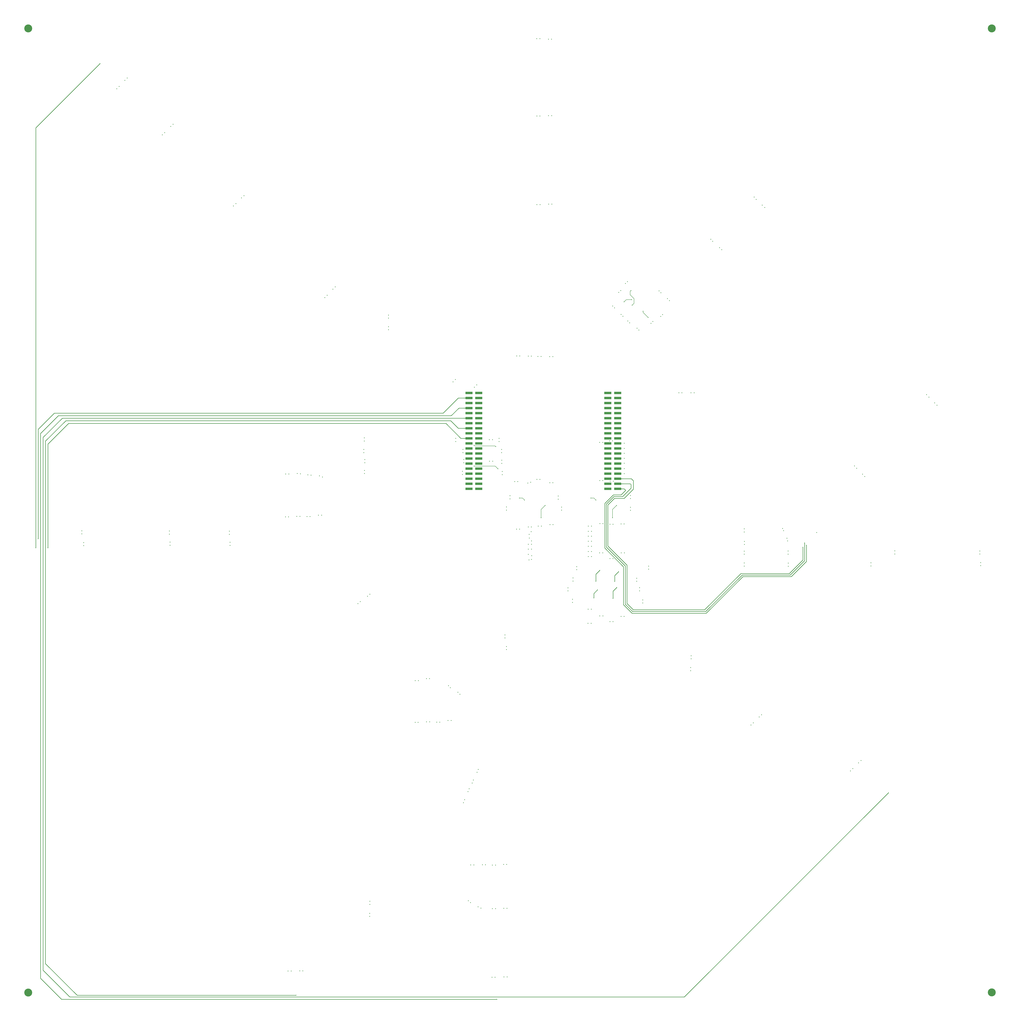
<source format=gbr>
G04 #@! TF.GenerationSoftware,KiCad,Pcbnew,(5.1.9)-1*
G04 #@! TF.CreationDate,2021-12-17T10:10:49-05:00*
G04 #@! TF.ProjectId,500x500-dc-metro-map-dev,35303078-3530-4302-9d64-632d6d657472,rev?*
G04 #@! TF.SameCoordinates,Original*
G04 #@! TF.FileFunction,Copper,L2,Bot*
G04 #@! TF.FilePolarity,Positive*
%FSLAX46Y46*%
G04 Gerber Fmt 4.6, Leading zero omitted, Abs format (unit mm)*
G04 Created by KiCad (PCBNEW (5.1.9)-1) date 2021-12-17 10:10:49*
%MOMM*%
%LPD*%
G01*
G04 APERTURE LIST*
G04 #@! TA.AperFunction,ComponentPad*
%ADD10C,4.000000*%
G04 #@! TD*
G04 #@! TA.AperFunction,SMDPad,CuDef*
%ADD11R,3.680000X1.270000*%
G04 #@! TD*
G04 #@! TA.AperFunction,ViaPad*
%ADD12C,0.399796*%
G04 #@! TD*
G04 #@! TA.AperFunction,Conductor*
%ADD13C,0.203200*%
G04 #@! TD*
G04 #@! TA.AperFunction,Conductor*
%ADD14C,0.254000*%
G04 #@! TD*
G04 APERTURE END LIST*
D10*
G04 #@! TO.P,REF\u002A\u002A,1*
G04 #@! TO.N,N/C*
X84759800Y-34747200D03*
G04 #@! TD*
D11*
G04 #@! TO.P,J1,40*
G04 #@! TO.N,GND*
X376797800Y-266547600D03*
G04 #@! TO.P,J1,39*
G04 #@! TO.N,Net-(J1-Pad39)*
X381747800Y-266547600D03*
G04 #@! TO.P,J1,38*
G04 #@! TO.N,GND*
X376797800Y-264007600D03*
G04 #@! TO.P,J1,37*
G04 #@! TO.N,Net-(J1-Pad37)*
X381747800Y-264007600D03*
G04 #@! TO.P,J1,36*
G04 #@! TO.N,GND*
X376797800Y-261467600D03*
G04 #@! TO.P,J1,35*
G04 #@! TO.N,Net-(J1-Pad35)*
X381747800Y-261467600D03*
G04 #@! TO.P,J1,34*
G04 #@! TO.N,GND*
X376797800Y-258927600D03*
G04 #@! TO.P,J1,33*
G04 #@! TO.N,+5V*
X381747800Y-258927600D03*
G04 #@! TO.P,J1,32*
G04 #@! TO.N,GND*
X376797800Y-256387600D03*
G04 #@! TO.P,J1,31*
G04 #@! TO.N,+5V*
X381747800Y-256387600D03*
G04 #@! TO.P,J1,30*
G04 #@! TO.N,GND*
X376797800Y-253847600D03*
G04 #@! TO.P,J1,29*
G04 #@! TO.N,+5V*
X381747800Y-253847600D03*
G04 #@! TO.P,J1,28*
G04 #@! TO.N,GND*
X376797800Y-251307600D03*
G04 #@! TO.P,J1,27*
G04 #@! TO.N,+5V*
X381747800Y-251307600D03*
G04 #@! TO.P,J1,26*
G04 #@! TO.N,GND*
X376797800Y-248767600D03*
G04 #@! TO.P,J1,25*
G04 #@! TO.N,+5V*
X381747800Y-248767600D03*
G04 #@! TO.P,J1,24*
G04 #@! TO.N,GND*
X376797800Y-246227600D03*
G04 #@! TO.P,J1,23*
G04 #@! TO.N,+5V*
X381747800Y-246227600D03*
G04 #@! TO.P,J1,22*
G04 #@! TO.N,GND*
X376797800Y-243687600D03*
G04 #@! TO.P,J1,21*
G04 #@! TO.N,+5V*
X381747800Y-243687600D03*
G04 #@! TO.P,J1,20*
G04 #@! TO.N,GND*
X376797800Y-241147600D03*
G04 #@! TO.P,J1,19*
G04 #@! TO.N,+5V*
X381747800Y-241147600D03*
G04 #@! TO.P,J1,18*
G04 #@! TO.N,GND*
X376797800Y-238607600D03*
G04 #@! TO.P,J1,17*
G04 #@! TO.N,+5V*
X381747800Y-238607600D03*
G04 #@! TO.P,J1,16*
G04 #@! TO.N,GND*
X376797800Y-236067600D03*
G04 #@! TO.P,J1,15*
G04 #@! TO.N,+5V*
X381747800Y-236067600D03*
G04 #@! TO.P,J1,14*
G04 #@! TO.N,GND*
X376797800Y-233527600D03*
G04 #@! TO.P,J1,13*
G04 #@! TO.N,+5V*
X381747800Y-233527600D03*
G04 #@! TO.P,J1,12*
G04 #@! TO.N,GND*
X376797800Y-230987600D03*
G04 #@! TO.P,J1,11*
G04 #@! TO.N,+5V*
X381747800Y-230987600D03*
G04 #@! TO.P,J1,10*
G04 #@! TO.N,GND*
X376797800Y-228447600D03*
G04 #@! TO.P,J1,09*
G04 #@! TO.N,+5V*
X381747800Y-228447600D03*
G04 #@! TO.P,J1,08*
G04 #@! TO.N,GND*
X376797800Y-225907600D03*
G04 #@! TO.P,J1,07*
G04 #@! TO.N,+5V*
X381747800Y-225907600D03*
G04 #@! TO.P,J1,06*
G04 #@! TO.N,GND*
X376797800Y-223367600D03*
G04 #@! TO.P,J1,05*
G04 #@! TO.N,+5V*
X381747800Y-223367600D03*
G04 #@! TO.P,J1,04*
G04 #@! TO.N,GND*
X376797800Y-220827600D03*
G04 #@! TO.P,J1,03*
G04 #@! TO.N,+5V*
X381747800Y-220827600D03*
G04 #@! TO.P,J1,02*
G04 #@! TO.N,GND*
X376797800Y-218287600D03*
G04 #@! TO.P,J1,01*
G04 #@! TO.N,+5V*
X381747800Y-218287600D03*
G04 #@! TO.P,J1,41*
X311747800Y-218287600D03*
G04 #@! TO.P,J1,76*
G04 #@! TO.N,GND*
X306797800Y-261467600D03*
G04 #@! TO.P,J1,42*
X306797800Y-218287600D03*
G04 #@! TO.P,J1,47*
G04 #@! TO.N,+5V*
X311747800Y-225907600D03*
G04 #@! TO.P,J1,57*
X311747800Y-238607600D03*
G04 #@! TO.P,J1,58*
G04 #@! TO.N,GND*
X306797800Y-238607600D03*
G04 #@! TO.P,J1,63*
G04 #@! TO.N,+5V*
X311747800Y-246227600D03*
G04 #@! TO.P,J1,68*
G04 #@! TO.N,GND*
X306797800Y-251307600D03*
G04 #@! TO.P,J1,44*
G04 #@! TO.N,Net-(J1-Pad44)*
X306797800Y-220827600D03*
G04 #@! TO.P,J1,46*
G04 #@! TO.N,GND*
X306797800Y-223367600D03*
G04 #@! TO.P,J1,45*
G04 #@! TO.N,+5V*
X311747800Y-223367600D03*
G04 #@! TO.P,J1,51*
X311747800Y-230987600D03*
G04 #@! TO.P,J1,65*
X311747800Y-248767600D03*
G04 #@! TO.P,J1,53*
X311747800Y-233527600D03*
G04 #@! TO.P,J1,66*
G04 #@! TO.N,GND*
X306797800Y-248767600D03*
G04 #@! TO.P,J1,69*
G04 #@! TO.N,+5V*
X311747800Y-253847600D03*
G04 #@! TO.P,J1,71*
X311747800Y-256387600D03*
G04 #@! TO.P,J1,52*
G04 #@! TO.N,Net-(J1-Pad52)*
X306797800Y-230987600D03*
G04 #@! TO.P,J1,75*
G04 #@! TO.N,+5V*
X311747800Y-261467600D03*
G04 #@! TO.P,J1,80*
G04 #@! TO.N,GND*
X306797800Y-266547600D03*
G04 #@! TO.P,J1,61*
G04 #@! TO.N,+5V*
X311747800Y-243687600D03*
G04 #@! TO.P,J1,50*
G04 #@! TO.N,GND*
X306797800Y-228447600D03*
G04 #@! TO.P,J1,73*
G04 #@! TO.N,+5V*
X311747800Y-258927600D03*
G04 #@! TO.P,J1,43*
X311747800Y-220827600D03*
G04 #@! TO.P,J1,64*
G04 #@! TO.N,GND*
X306797800Y-246227600D03*
G04 #@! TO.P,J1,56*
G04 #@! TO.N,Net-(J1-Pad56)*
X306797800Y-236067600D03*
G04 #@! TO.P,J1,70*
G04 #@! TO.N,GND*
X306797800Y-253847600D03*
G04 #@! TO.P,J1,79*
G04 #@! TO.N,+5V*
X311747800Y-266547600D03*
G04 #@! TO.P,J1,74*
G04 #@! TO.N,GND*
X306797800Y-258927600D03*
G04 #@! TO.P,J1,77*
G04 #@! TO.N,+5V*
X311747800Y-264007600D03*
G04 #@! TO.P,J1,62*
G04 #@! TO.N,GND*
X306797800Y-243687600D03*
G04 #@! TO.P,J1,49*
G04 #@! TO.N,+5V*
X311747800Y-228447600D03*
G04 #@! TO.P,J1,72*
G04 #@! TO.N,GND*
X306797800Y-256387600D03*
G04 #@! TO.P,J1,48*
G04 #@! TO.N,Net-(J1-Pad48)*
X306797800Y-225907600D03*
G04 #@! TO.P,J1,55*
G04 #@! TO.N,+5V*
X311747800Y-236067600D03*
G04 #@! TO.P,J1,59*
X311747800Y-241147600D03*
G04 #@! TO.P,J1,60*
G04 #@! TO.N,Net-(J1-Pad60)*
X306797800Y-241147600D03*
G04 #@! TO.P,J1,54*
G04 #@! TO.N,GND*
X306797800Y-233527600D03*
G04 #@! TO.P,J1,67*
G04 #@! TO.N,+5V*
X311747800Y-251307600D03*
G04 #@! TO.P,J1,78*
G04 #@! TO.N,GND*
X306797800Y-264007600D03*
G04 #@! TD*
D10*
G04 #@! TO.P,REF\u002A\u002A,1*
G04 #@! TO.N,N/C*
X570230000Y-34734500D03*
G04 #@! TD*
G04 #@! TO.P,REF\u002A\u002A,1*
G04 #@! TO.N,N/C*
X570230000Y-520192000D03*
G04 #@! TD*
G04 #@! TO.P,REF\u002A\u002A,1*
G04 #@! TO.N,N/C*
X84772500Y-520255500D03*
G04 #@! TD*
D12*
G04 #@! TO.N,*
X379095000Y-281152600D03*
X381127000Y-274955000D03*
X320268600Y-245287800D03*
X309397400Y-255143000D03*
X332257400Y-271246600D03*
X334797400Y-272211800D03*
X343128600Y-281152600D03*
X345160600Y-274955000D03*
X370763800Y-272211800D03*
X368223800Y-271246600D03*
X379399800Y-321792600D03*
X381228600Y-316306200D03*
X380263400Y-313207400D03*
X382193800Y-308330600D03*
X371525800Y-317474600D03*
X369697000Y-321487800D03*
X372694200Y-307619400D03*
X370713000Y-313156600D03*
X309372000Y-244652800D03*
X321411600Y-256540000D03*
X385013200Y-172415200D03*
X388823200Y-171348400D03*
X397103600Y-180340000D03*
X394563600Y-177139600D03*
X389026400Y-174142400D03*
X388467600Y-166776400D03*
G04 #@! TO.N,GND*
X467645800Y-299507800D03*
X467645800Y-297933000D03*
X445505800Y-286763000D03*
X464845400Y-286562800D03*
X445505800Y-288337800D03*
X465285800Y-287627800D03*
X445505800Y-299547800D03*
X445505800Y-297973000D03*
X318592200Y-478002600D03*
X320167000Y-478002600D03*
X318617600Y-456031600D03*
X320192400Y-456031600D03*
X290550600Y-384098800D03*
X292125400Y-384098800D03*
X296494200Y-365760000D03*
X297408600Y-366750600D03*
X387756400Y-183032400D03*
X386816600Y-182067200D03*
X403555200Y-167894000D03*
X402615400Y-166928800D03*
X399465800Y-182295800D03*
X398500600Y-183235600D03*
X412546800Y-218249500D03*
X414121600Y-218249500D03*
X450507100Y-119646700D03*
X451548500Y-120904000D03*
X366788700Y-334352900D03*
X368363500Y-334352900D03*
X379145800Y-242443000D03*
X377571000Y-242443000D03*
X343154000Y-199923400D03*
X341579200Y-199923400D03*
X324967600Y-340118700D03*
X324967600Y-341693500D03*
X318401700Y-512533900D03*
X319976500Y-512533900D03*
X418465000Y-356590600D03*
X418465000Y-358165400D03*
X564235600Y-297891200D03*
X564235600Y-299466000D03*
X521335000Y-297853100D03*
X521335000Y-299427900D03*
X502158000Y-256286000D03*
X501015000Y-255079500D03*
X538543500Y-220408500D03*
X537400500Y-219202000D03*
X450088000Y-384429000D03*
X448881500Y-385572000D03*
X500189500Y-407479500D03*
X498983000Y-408622500D03*
X308457600Y-414718500D03*
X309054500Y-413258000D03*
X428625000Y-140906500D03*
X429615600Y-141922500D03*
X379399800Y-284454600D03*
X377825000Y-284454600D03*
X388150100Y-269951200D03*
X388150100Y-271526000D03*
X361099100Y-305765200D03*
X361099100Y-307340000D03*
X356717600Y-316433200D03*
X356717600Y-318008000D03*
X366852200Y-327177400D03*
X368427000Y-327177400D03*
X379399800Y-333476600D03*
X377825000Y-333476600D03*
X392722100Y-316395100D03*
X392722100Y-317969900D03*
X397357600Y-305511200D03*
X397357600Y-307086000D03*
X377952000Y-262737600D03*
X379526800Y-262737600D03*
X347599000Y-284581600D03*
X349173800Y-284581600D03*
X254355600Y-253428500D03*
X349110300Y-263499600D03*
X238252000Y-166052500D03*
X327494900Y-271640300D03*
X336486500Y-263690100D03*
X192214500Y-120142000D03*
X304012600Y-424624500D03*
X186093100Y-289496500D03*
X327494900Y-270065500D03*
X309549800Y-215430100D03*
X342582500Y-78892400D03*
X250825000Y-324421500D03*
X157734000Y-82994500D03*
X256832100Y-475869000D03*
X186093100Y-287921700D03*
X351815400Y-270256000D03*
X254038100Y-240931700D03*
X215633300Y-509371600D03*
X332422500Y-199732900D03*
X337896200Y-263296400D03*
X351815400Y-271830800D03*
X133413500Y-60896500D03*
X155892500Y-289445700D03*
X254038100Y-242506500D03*
X156527500Y-84137500D03*
X193421000Y-118999000D03*
X155892500Y-287870900D03*
X111734600Y-289306000D03*
X254355600Y-251853700D03*
X347535500Y-263499600D03*
X217208100Y-509371600D03*
X111734600Y-287731200D03*
X341007700Y-78892400D03*
X239458500Y-164909500D03*
X310756300Y-214287100D03*
X252006100Y-323418200D03*
X304609500Y-423164000D03*
X134620000Y-59753500D03*
X256832100Y-474294200D03*
X330847700Y-199732900D03*
X266230100Y-180657500D03*
X300101000Y-242747800D03*
X383260600Y-166725600D03*
X227203000Y-259740400D03*
X317070200Y-241839400D03*
X318725000Y-252669400D03*
X214452200Y-259156200D03*
X307670200Y-455980800D03*
X281305000Y-363143800D03*
X323367400Y-252196600D03*
X318645000Y-241839400D03*
X279730200Y-363143800D03*
X323367400Y-253771400D03*
X300101000Y-241173000D03*
X226771200Y-280543000D03*
X321995800Y-242747800D03*
X215925400Y-280695400D03*
X307568600Y-474980000D03*
X266230100Y-179082700D03*
X304215800Y-253415800D03*
X342519000Y-39903400D03*
X342646000Y-123469400D03*
X382295400Y-167665400D03*
X281152600Y-384175000D03*
X321995800Y-241173000D03*
X380161800Y-175488600D03*
X225196400Y-280543000D03*
X279755600Y-384175000D03*
X306501800Y-474014800D03*
X317150200Y-252669400D03*
X309245000Y-455980800D03*
X214350600Y-280695400D03*
X304215800Y-251841000D03*
X340944200Y-39903400D03*
X216027000Y-259156200D03*
X341071200Y-123469400D03*
X379222000Y-174523400D03*
X225602800Y-259537200D03*
X377837700Y-301701200D03*
X379412500Y-301701200D03*
X337058000Y-302412400D03*
X336740500Y-296976800D03*
X338315300Y-292811200D03*
X336689700Y-285800800D03*
X336740500Y-299618400D03*
X338315300Y-302158400D03*
X338264500Y-285800800D03*
X336740500Y-294487600D03*
X338429600Y-300278800D03*
X338315300Y-296976800D03*
X338175600Y-288137600D03*
X337261200Y-291388800D03*
X338315300Y-294487600D03*
X337159600Y-289560000D03*
X366966500Y-285394400D03*
X368541300Y-285394400D03*
X366966500Y-298145200D03*
X366966500Y-295503600D03*
X366966500Y-293014400D03*
X368541300Y-290474400D03*
X368541300Y-293014400D03*
X368541300Y-287985200D03*
X366966500Y-287985200D03*
X368541300Y-300685200D03*
X368541300Y-295503600D03*
X368541300Y-298145200D03*
X366966500Y-290474400D03*
X366966500Y-300685200D03*
X481990400Y-288594800D03*
G04 #@! TO.N,Net-(J1-Pad39)*
X476808800Y-294995600D03*
G04 #@! TO.N,Net-(J1-Pad37)*
X475894400Y-293878000D03*
G04 #@! TO.N,Net-(J1-Pad35)*
X475030800Y-296011600D03*
G04 #@! TO.N,+5V*
X353466400Y-275780500D03*
X353466400Y-277355300D03*
X323215000Y-246786400D03*
X303504600Y-259359400D03*
X323570600Y-259461000D03*
X303504600Y-257784600D03*
X303758600Y-246761000D03*
X323570600Y-257886200D03*
X303758600Y-248335800D03*
X323215000Y-248361200D03*
X445636000Y-293052400D03*
X445545800Y-303943000D03*
X467365800Y-292847800D03*
X467665800Y-303993000D03*
X445636000Y-294627200D03*
X445545800Y-305517800D03*
X467665800Y-305567800D03*
X311091000Y-248716200D03*
X312665800Y-248716200D03*
X467046600Y-291439000D03*
X312665000Y-258709400D03*
X311090200Y-258709400D03*
X324383400Y-477850200D03*
X325958200Y-477850200D03*
X324256400Y-455726800D03*
X325831200Y-455726800D03*
X313563000Y-455879200D03*
X315137800Y-455879200D03*
X312877200Y-477697800D03*
X311404000Y-477037400D03*
X285445200Y-383921000D03*
X287020000Y-383921000D03*
X296265600Y-383235200D03*
X297840400Y-383235200D03*
X285394400Y-362178600D03*
X286969200Y-362178600D03*
X301269400Y-369011200D03*
X302260000Y-370027200D03*
X220065600Y-280466800D03*
X221640400Y-280466800D03*
X230962200Y-279882600D03*
X232537000Y-279882600D03*
X220319600Y-258902200D03*
X221919800Y-259003800D03*
X231470200Y-260070600D03*
X232994200Y-260680200D03*
X384352800Y-179705000D03*
X383413000Y-178739800D03*
X392430000Y-186664600D03*
X391490200Y-185699400D03*
X407797000Y-171805600D03*
X406857200Y-170840400D03*
X404368000Y-178892200D03*
X403402800Y-179832000D03*
X386638800Y-162255200D03*
X385673600Y-163195000D03*
X418706300Y-218249500D03*
X420281100Y-218249500D03*
X346976700Y-123278900D03*
X348551500Y-123278900D03*
X346849700Y-40157400D03*
X348424500Y-40157400D03*
X454571100Y-123774200D03*
X455803000Y-124904500D03*
X266293600Y-184924700D03*
X266293600Y-186499500D03*
X112687100Y-293636700D03*
X112687100Y-295211500D03*
X186410600Y-293509700D03*
X186410600Y-295084500D03*
X253847600Y-246773700D03*
X253847600Y-248348500D03*
X254165100Y-257314700D03*
X254165100Y-258889500D03*
X374205500Y-243230400D03*
X372630700Y-243230400D03*
X385051300Y-243636800D03*
X383476500Y-243636800D03*
X349059500Y-200050400D03*
X347484700Y-200050400D03*
X338264500Y-199796400D03*
X336689700Y-199796400D03*
X325729600Y-345960700D03*
X325729600Y-347535500D03*
X311467500Y-407860500D03*
X310870600Y-409321000D03*
X221538800Y-509308100D03*
X223113600Y-509308100D03*
X256768600Y-480326700D03*
X256768600Y-481901500D03*
X324434200Y-512406900D03*
X326009000Y-512406900D03*
X418719000Y-350621600D03*
X418719000Y-352196400D03*
X564616600Y-303733200D03*
X564616600Y-305308000D03*
X509308100Y-303860200D03*
X509308100Y-305435000D03*
X505079000Y-259207000D03*
X506222000Y-260413500D03*
X541464500Y-223329500D03*
X542607500Y-224536000D03*
X453009000Y-381508000D03*
X454215500Y-380365000D03*
X503110500Y-404558500D03*
X504317000Y-403415500D03*
X306298600Y-419100000D03*
X306895500Y-417639500D03*
X256832100Y-319671700D03*
X255651000Y-320675000D03*
X156210000Y-293458900D03*
X156210000Y-295033700D03*
X129349500Y-65151000D03*
X130556000Y-64008000D03*
X189357000Y-122999500D03*
X188150500Y-124142500D03*
X299999400Y-211569300D03*
X298792900Y-212712300D03*
X153479500Y-87249000D03*
X152273000Y-88392000D03*
X235394500Y-169164000D03*
X234188000Y-170307000D03*
X348488000Y-78701900D03*
X346913200Y-78701900D03*
X433044600Y-145173700D03*
X434149500Y-146177000D03*
X374256300Y-262420100D03*
X372681500Y-262420100D03*
X374319800Y-284073600D03*
X372745000Y-284073600D03*
X384987800Y-284264100D03*
X383413000Y-284264100D03*
X388150100Y-275856700D03*
X388150100Y-277431500D03*
X359257600Y-311480200D03*
X359257600Y-313055000D03*
X359003600Y-322211700D03*
X359003600Y-323786500D03*
X372694200Y-330606400D03*
X374269000Y-330606400D03*
X384987800Y-330809600D03*
X383413000Y-330809600D03*
X394373100Y-322529200D03*
X394373100Y-324104000D03*
X391299700Y-311581800D03*
X391299700Y-313156600D03*
X385114800Y-298869100D03*
X383540000Y-298869100D03*
X374192800Y-298805600D03*
X372618000Y-298805600D03*
X325716900Y-275717000D03*
X325716900Y-277291800D03*
X330771500Y-286867600D03*
X332346300Y-286867600D03*
X341718900Y-285356300D03*
X343293700Y-285356300D03*
X340995000Y-261810500D03*
X342569800Y-261810500D03*
X329819000Y-262928100D03*
X331393800Y-262928100D03*
X383476500Y-258927600D03*
X385051300Y-258927600D03*
X383476500Y-256387600D03*
X385051300Y-256387600D03*
X383476500Y-253746000D03*
X385051300Y-253746000D03*
X383476500Y-251256800D03*
X385051300Y-251256800D03*
X383476500Y-248716800D03*
X385051300Y-248716800D03*
X383476500Y-246227600D03*
X385051300Y-246227600D03*
X311155800Y-256530200D03*
X312730600Y-256530200D03*
X311105000Y-253837800D03*
X312679800Y-253837800D03*
X311105000Y-251348600D03*
X312679800Y-251348600D03*
X311105000Y-246268600D03*
X312679800Y-246268600D03*
X311105000Y-243728600D03*
X312679800Y-243728600D03*
X311105000Y-241188600D03*
X312679800Y-241188600D03*
G04 #@! TO.N,Net-(J1-Pad44)*
X89712800Y-291693600D03*
G04 #@! TO.N,Net-(J1-Pad52)*
X518160000Y-419633400D03*
G04 #@! TO.N,Net-(J1-Pad56)*
X219710000Y-521614400D03*
G04 #@! TO.N,Net-(J1-Pad48)*
X320903602Y-523595600D03*
G04 #@! TO.N,Net-(J1-Pad60)*
X120904000Y-52476400D03*
X88544400Y-296265600D03*
X94691200Y-296265600D03*
G04 #@! TD*
D13*
G04 #@! TO.N,*
X381127000Y-274955000D02*
X379095000Y-276987000D01*
X379095000Y-276987000D02*
X379095000Y-281152600D01*
X333832200Y-271246600D02*
X334797400Y-272211800D01*
X332257400Y-271246600D02*
X333832200Y-271246600D01*
X343128600Y-276987000D02*
X343128600Y-281152600D01*
X345160600Y-274955000D02*
X343128600Y-276987000D01*
X369798600Y-271246600D02*
X370763800Y-272211800D01*
X368223800Y-271246600D02*
X369798600Y-271246600D01*
D14*
X379399800Y-318135000D02*
X379399800Y-321792600D01*
X381228600Y-316306200D02*
X379399800Y-318135000D01*
X380263400Y-310261000D02*
X380263400Y-313207400D01*
X382193800Y-308330600D02*
X380263400Y-310261000D01*
X371525800Y-317474600D02*
X369697000Y-319303400D01*
X369697000Y-319303400D02*
X369697000Y-321487800D01*
X372694200Y-307619400D02*
X370713000Y-309600600D01*
X370713000Y-309600600D02*
X370713000Y-313156600D01*
D13*
X309676800Y-244957600D02*
X309372000Y-244652800D01*
X319938400Y-244957600D02*
X309676800Y-244957600D01*
X320268600Y-245287800D02*
X319938400Y-244957600D01*
X320014600Y-255143000D02*
X321411600Y-256540000D01*
X309397400Y-255143000D02*
X320014600Y-255143000D01*
X386080000Y-171348400D02*
X388823200Y-171348400D01*
X385013200Y-172415200D02*
X386080000Y-171348400D01*
X394563600Y-177800000D02*
X394563600Y-177139600D01*
X397103600Y-180340000D02*
X394563600Y-177800000D01*
X389026400Y-174142400D02*
X389940800Y-173228000D01*
X389940800Y-173228000D02*
X389940800Y-170789600D01*
X389940800Y-170789600D02*
X388061200Y-168910000D01*
X388061200Y-167182800D02*
X388061200Y-168859200D01*
X388467600Y-166776400D02*
X388061200Y-167182800D01*
D14*
G04 #@! TO.N,Net-(J1-Pad39)*
X384657600Y-324916800D02*
X384657600Y-305866800D01*
X383438400Y-269646400D02*
X385749800Y-267335000D01*
X476808800Y-303174400D02*
X469239600Y-310743600D01*
X444804800Y-310743600D02*
X426313600Y-329234800D01*
X469239600Y-310743600D02*
X444804800Y-310743600D01*
X384962400Y-266547600D02*
X381747800Y-266547600D01*
X388975600Y-329234800D02*
X384657600Y-324916800D01*
X384657600Y-305866800D02*
X375208800Y-296418000D01*
X476808800Y-294995600D02*
X476808800Y-303174400D01*
X375208800Y-296418000D02*
X375208800Y-273964400D01*
X375208800Y-273964400D02*
X379526800Y-269646400D01*
X379526800Y-269646400D02*
X383438400Y-269646400D01*
X426313600Y-329234800D02*
X388975600Y-329234800D01*
X385749800Y-267335000D02*
X384962400Y-266547600D01*
G04 #@! TO.N,Net-(J1-Pad37)*
X381747800Y-264007600D02*
X388061200Y-264007600D01*
X388061200Y-264007600D02*
X388467600Y-264414000D01*
X388467600Y-264414000D02*
X388467600Y-266242800D01*
X388467600Y-266242800D02*
X384200400Y-270510000D01*
X384200400Y-270510000D02*
X379780800Y-270510000D01*
X379780800Y-270510000D02*
X376021600Y-274269200D01*
X376021600Y-274269200D02*
X375970800Y-274320000D01*
X375970800Y-274320000D02*
X375970800Y-295859200D01*
X375970800Y-295859200D02*
X385572000Y-305460400D01*
X385572000Y-305460400D02*
X385572000Y-324713600D01*
X385572000Y-324713600D02*
X389178800Y-328320400D01*
X389178800Y-328320400D02*
X426161200Y-328320400D01*
X426161200Y-328320400D02*
X444500000Y-309981600D01*
X444500000Y-309981600D02*
X468630000Y-309981600D01*
X475894400Y-302717200D02*
X475894400Y-293878000D01*
X468630000Y-309981600D02*
X475894400Y-302717200D01*
G04 #@! TO.N,Net-(J1-Pad35)*
X388620000Y-261467600D02*
X381747800Y-261467600D01*
X389636000Y-262483600D02*
X388620000Y-261467600D01*
X475030800Y-296011600D02*
X475030800Y-302361600D01*
X475030800Y-302361600D02*
X468172800Y-309219600D01*
X443788800Y-309219600D02*
X425551600Y-327456800D01*
X376732800Y-295351200D02*
X376732800Y-274726400D01*
X468172800Y-309219600D02*
X443788800Y-309219600D01*
X386435600Y-305054000D02*
X376732800Y-295351200D01*
X425551600Y-327456800D02*
X389534400Y-327456800D01*
X389534400Y-327456800D02*
X386435600Y-324358000D01*
X384962400Y-271424400D02*
X389636000Y-266750800D01*
X386435600Y-324358000D02*
X386435600Y-305054000D01*
X380034800Y-271424400D02*
X384962400Y-271424400D01*
X376732800Y-274726400D02*
X380034800Y-271424400D01*
X389636000Y-266750800D02*
X389636000Y-262483600D01*
G04 #@! TO.N,Net-(J1-Pad44)*
X97891600Y-228447600D02*
X89712800Y-236626400D01*
X89712800Y-236626400D02*
X89712800Y-291693600D01*
X293827200Y-228447600D02*
X97891600Y-228447600D01*
X301447200Y-220827600D02*
X293827200Y-228447600D01*
X306797800Y-220827600D02*
X301447200Y-220827600D01*
G04 #@! TO.N,Net-(J1-Pad52)*
X517960103Y-419833297D02*
X518160000Y-419633400D01*
X306797800Y-230987600D02*
X101904800Y-230987600D01*
X101904800Y-230987600D02*
X92202000Y-240690400D01*
X92202000Y-240690400D02*
X92202000Y-509016000D01*
X92202000Y-509016000D02*
X105664000Y-522478000D01*
X105664000Y-522478000D02*
X415315400Y-522478000D01*
X415315400Y-522478000D02*
X517960103Y-419833297D01*
G04 #@! TO.N,Net-(J1-Pad56)*
X109372400Y-521614400D02*
X219710000Y-521614400D01*
X93421200Y-505663200D02*
X109372400Y-521614400D01*
X93421200Y-242519200D02*
X93421200Y-505663200D01*
X103682800Y-232257600D02*
X93421200Y-242519200D01*
X297586400Y-232257600D02*
X103682800Y-232257600D01*
X301396400Y-236067600D02*
X297586400Y-232257600D01*
X306797800Y-236067600D02*
X301396400Y-236067600D01*
G04 #@! TO.N,Net-(J1-Pad48)*
X90932000Y-513029200D02*
X101498400Y-523595600D01*
X90932000Y-238760000D02*
X90932000Y-513029200D01*
X101498400Y-523595600D02*
X320852800Y-523595600D01*
X99923600Y-229768400D02*
X90932000Y-238760000D01*
X297891200Y-229768400D02*
X99923600Y-229768400D01*
X301752000Y-225907600D02*
X297891200Y-229768400D01*
X306797800Y-225907600D02*
X301752000Y-225907600D01*
G04 #@! TO.N,Net-(J1-Pad60)*
X88544400Y-84836000D02*
X88544400Y-296265600D01*
X120904000Y-52476400D02*
X88544400Y-84836000D01*
X302666400Y-241147600D02*
X306797800Y-241147600D01*
X295198800Y-233680000D02*
X302666400Y-241147600D01*
X105105200Y-233680000D02*
X295198800Y-233680000D01*
X94691200Y-244094000D02*
X105105200Y-233680000D01*
X94691200Y-296214804D02*
X94691200Y-244094000D01*
X94741996Y-296265600D02*
X94691200Y-296214804D01*
G04 #@! TD*
M02*

</source>
